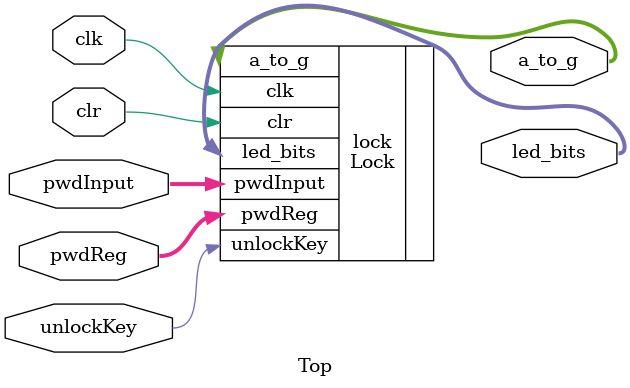
<source format=v>
`timescale 1ns / 1ps


module Top(
    input clk,
    input clr,
    input [3:0] pwdReg,
    input [3:0] pwdInput,
    output [6:0] a_to_g ,
    output [3:0] led_bits ,
    
    input unlockKey
    );
    
    Lock lock(
        .clk(clk),
        .clr(clr),
        .pwdReg(pwdReg),
        .pwdInput(pwdInput),
        .a_to_g(a_to_g),
        .led_bits(led_bits),
        
        .unlockKey(unlockKey)
    );
endmodule

</source>
